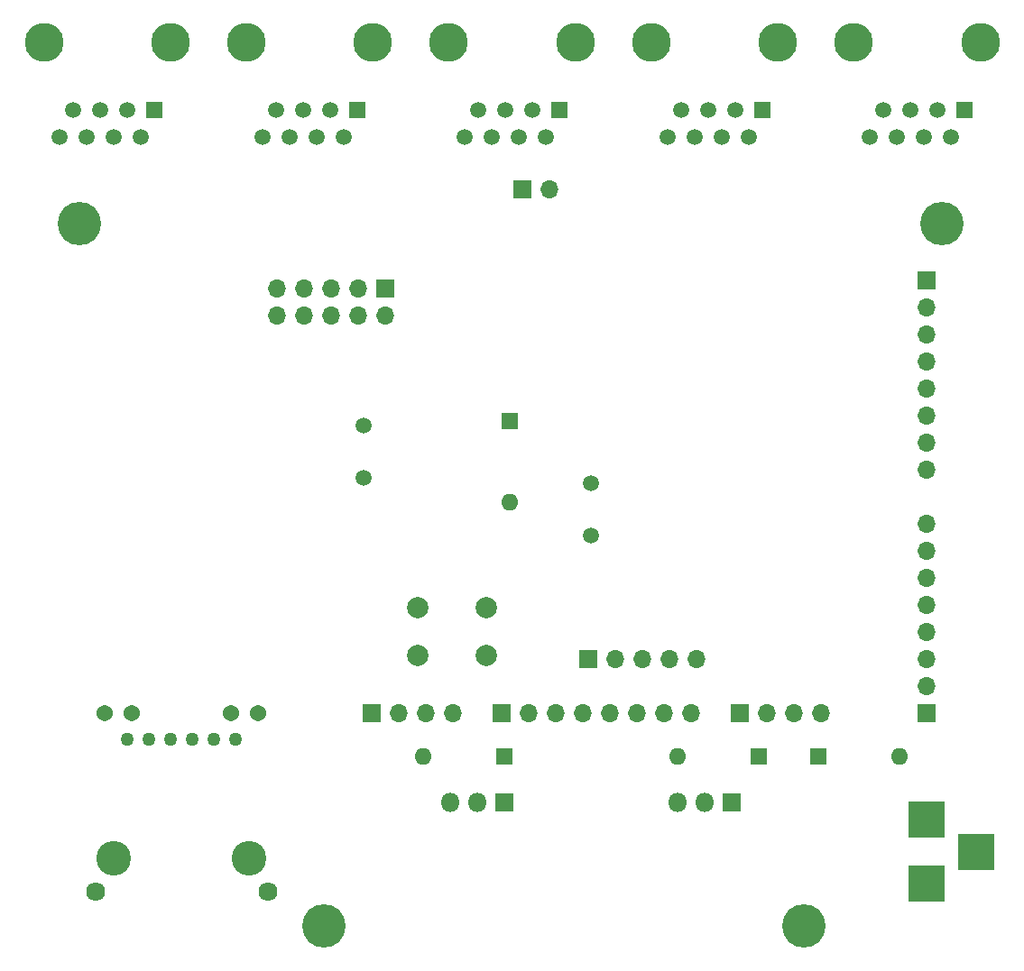
<source format=gbr>
G04 #@! TF.FileFunction,Soldermask,Bot*
%FSLAX46Y46*%
G04 Gerber Fmt 4.6, Leading zero omitted, Abs format (unit mm)*
G04 Created by KiCad (PCBNEW 4.0.7-e2-6376~58~ubuntu16.04.1) date Wed Jun 27 11:11:34 2018*
%MOMM*%
%LPD*%
G01*
G04 APERTURE LIST*
%ADD10C,0.100000*%
%ADD11R,3.500000X3.500000*%
%ADD12C,1.540000*%
%ADD13C,1.270000*%
%ADD14C,3.250000*%
%ADD15C,1.790000*%
%ADD16C,1.500000*%
%ADD17C,3.650000*%
%ADD18R,1.500000X1.500000*%
%ADD19R,1.700000X1.700000*%
%ADD20O,1.700000X1.700000*%
%ADD21R,1.600000X1.600000*%
%ADD22O,1.600000X1.600000*%
%ADD23C,2.000000*%
%ADD24R,1.800000X1.800000*%
%ADD25O,1.800000X1.800000*%
%ADD26C,4.064000*%
G04 APERTURE END LIST*
D10*
D11*
X126492000Y-152000000D03*
X126492000Y-158000000D03*
X131192000Y-155000000D03*
D12*
X63830000Y-141980000D03*
X61290000Y-141980000D03*
D13*
X61680000Y-144450000D03*
X59650000Y-144450000D03*
X57620000Y-144450000D03*
X55590000Y-144450000D03*
X53560000Y-144450000D03*
X51530000Y-144450000D03*
D12*
X49380000Y-141980000D03*
X51920000Y-141980000D03*
D14*
X50260000Y-155620000D03*
X62960000Y-155620000D03*
D15*
X48550000Y-158790000D03*
X64680000Y-158790000D03*
D16*
X94996000Y-120396000D03*
X94996000Y-125276000D03*
D17*
X43688000Y-78994000D03*
X55558000Y-78994000D03*
D18*
X54068000Y-85344000D03*
D16*
X52798000Y-87884000D03*
X51528000Y-85344000D03*
X50258000Y-87884000D03*
X48988000Y-85344000D03*
X47718000Y-87884000D03*
X46448000Y-85344000D03*
X45178000Y-87884000D03*
D19*
X75692000Y-102108000D03*
D20*
X75692000Y-104648000D03*
X73152000Y-102108000D03*
X73152000Y-104648000D03*
X70612000Y-102108000D03*
X70612000Y-104648000D03*
X68072000Y-102108000D03*
X68072000Y-104648000D03*
X65532000Y-102108000D03*
X65532000Y-104648000D03*
D21*
X87376000Y-114554000D03*
D22*
X87376000Y-122174000D03*
D21*
X116332000Y-146050000D03*
D22*
X123952000Y-146050000D03*
D21*
X110744000Y-146050000D03*
D22*
X103124000Y-146050000D03*
D21*
X86868000Y-146050000D03*
D22*
X79248000Y-146050000D03*
D19*
X126492000Y-101346000D03*
D20*
X126492000Y-103886000D03*
X126492000Y-106426000D03*
X126492000Y-108966000D03*
X126492000Y-111506000D03*
X126492000Y-114046000D03*
X126492000Y-116586000D03*
X126492000Y-119126000D03*
D19*
X126492000Y-141986000D03*
D20*
X126492000Y-139446000D03*
X126492000Y-136906000D03*
X126492000Y-134366000D03*
X126492000Y-131826000D03*
X126492000Y-129286000D03*
X126492000Y-126746000D03*
X126492000Y-124206000D03*
D19*
X94742000Y-136906000D03*
D20*
X97282000Y-136906000D03*
X99822000Y-136906000D03*
X102362000Y-136906000D03*
X104902000Y-136906000D03*
D17*
X100698500Y-78994000D03*
X112568500Y-78994000D03*
D18*
X111078500Y-85344000D03*
D16*
X109808500Y-87884000D03*
X108538500Y-85344000D03*
X107268500Y-87884000D03*
X105998500Y-85344000D03*
X104728500Y-87884000D03*
X103458500Y-85344000D03*
X102188500Y-87884000D03*
D19*
X86614000Y-141986000D03*
D20*
X89154000Y-141986000D03*
X91694000Y-141986000D03*
X94234000Y-141986000D03*
X96774000Y-141986000D03*
X99314000Y-141986000D03*
X101854000Y-141986000D03*
X104394000Y-141986000D03*
D17*
X81695000Y-78994000D03*
X93565000Y-78994000D03*
D18*
X92075000Y-85344000D03*
D16*
X90805000Y-87884000D03*
X89535000Y-85344000D03*
X88265000Y-87884000D03*
X86995000Y-85344000D03*
X85725000Y-87884000D03*
X84455000Y-85344000D03*
X83185000Y-87884000D03*
D17*
X119702000Y-78994000D03*
X131572000Y-78994000D03*
D18*
X130082000Y-85344000D03*
D16*
X128812000Y-87884000D03*
X127542000Y-85344000D03*
X126272000Y-87884000D03*
X125002000Y-85344000D03*
X123732000Y-87884000D03*
X122462000Y-85344000D03*
X121192000Y-87884000D03*
D19*
X108966000Y-141986000D03*
D20*
X111506000Y-141986000D03*
X114046000Y-141986000D03*
X116586000Y-141986000D03*
D17*
X62691500Y-78994000D03*
X74561500Y-78994000D03*
D18*
X73071500Y-85344000D03*
D16*
X71801500Y-87884000D03*
X70531500Y-85344000D03*
X69261500Y-87884000D03*
X67991500Y-85344000D03*
X66721500Y-87884000D03*
X65451500Y-85344000D03*
X64181500Y-87884000D03*
D19*
X74422000Y-141986000D03*
D20*
X76962000Y-141986000D03*
X79502000Y-141986000D03*
X82042000Y-141986000D03*
D19*
X88604420Y-92810780D03*
D20*
X91144420Y-92810780D03*
D23*
X78740000Y-136580000D03*
X78740000Y-132080000D03*
X85240000Y-136580000D03*
X85240000Y-132080000D03*
D24*
X108204000Y-150368000D03*
D25*
X105664000Y-150368000D03*
X103124000Y-150368000D03*
D24*
X86868000Y-150368000D03*
D25*
X84328000Y-150368000D03*
X81788000Y-150368000D03*
D16*
X73660000Y-119888000D03*
X73660000Y-115008000D03*
D26*
X128000000Y-96000000D03*
X47000000Y-96000000D03*
X115000000Y-162000000D03*
X70000000Y-162000000D03*
M02*

</source>
